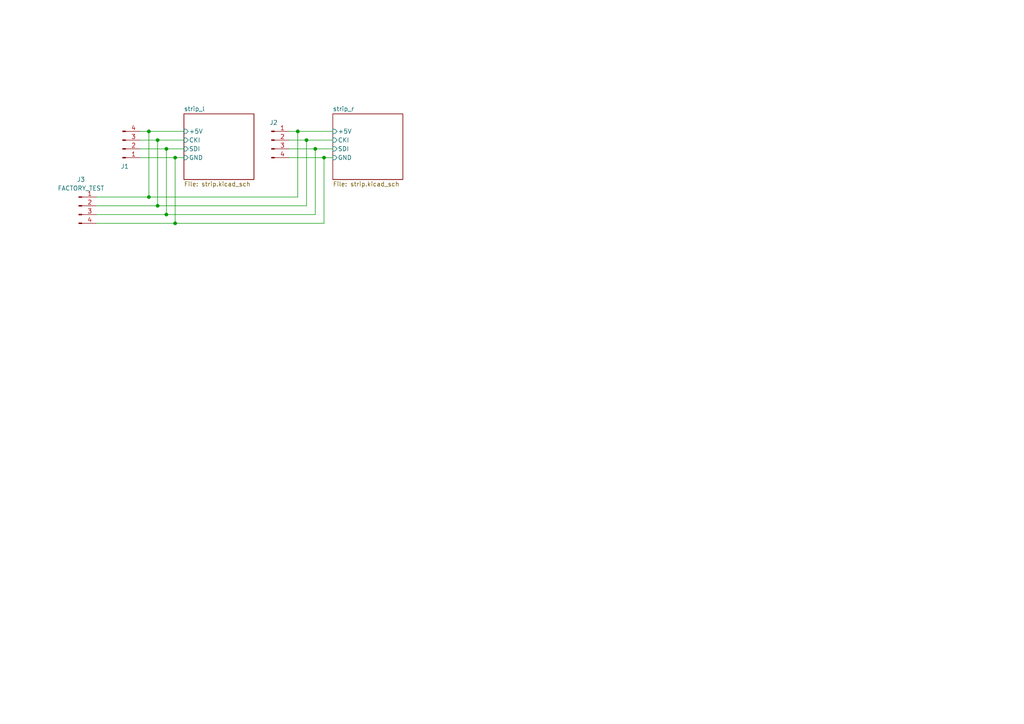
<source format=kicad_sch>
(kicad_sch (version 20250114) (generator "eeschema") (generator_version "9.0")
  (paper "A4")
  (lib_symbols
    (symbol "Connector:Conn_01x04_Pin" (pin_names (offset 1.016) (hide yes))
      (property "Reference" "J" (at 0 5.08 0))
      (property "Value" "Conn_01x04_Pin" (at 0 -7.62 0))
      (symbol "Conn_01x04_Pin_1_1"
        (rectangle (start 0.8636 2.667) (end 0 2.413) (stroke (width 0.1524)) (fill (type outline)))
        (rectangle (start 0.8636 0.127) (end 0 -0.127) (stroke (width 0.1524)) (fill (type outline)))
        (rectangle (start 0.8636 -2.413) (end 0 -2.667) (stroke (width 0.1524)) (fill (type outline)))
        (rectangle (start 0.8636 -4.953) (end 0 -5.207) (stroke (width 0.1524)) (fill (type outline)))
        (polyline (pts (xy 1.27 2.54) (xy 0.8636 2.54)) (stroke (width 0.1524)))
        (polyline (pts (xy 1.27 0) (xy 0.8636 0)) (stroke (width 0.1524)))
        (polyline (pts (xy 1.27 -2.54) (xy 0.8636 -2.54)) (stroke (width 0.1524)))
        (polyline (pts (xy 1.27 -5.08) (xy 0.8636 -5.08)) (stroke (width 0.1524)))
        (pin passive line (at 5.08 2.54 180) (length 3.81) (name "Pin_1") (number "1"))
        (pin passive line (at 5.08 0 180) (length 3.81) (name "Pin_2") (number "2"))
        (pin passive line (at 5.08 -2.54 180) (length 3.81) (name "Pin_3") (number "3"))
        (pin passive line (at 5.08 -5.08 180) (length 3.81) (name "Pin_4") (number "4"))
      )
    )
  )
  (junction (at 43.18 38.1))
  (junction (at 93.98 45.72))
  (junction (at 86.36 38.1))
  (junction (at 48.26 43.18))
  (junction (at 88.9 40.64))
  (junction (at 45.72 59.69))
  (junction (at 50.8 64.77))
  (junction (at 43.18 57.15))
  (junction (at 48.26 62.23))
  (junction (at 45.72 40.64))
  (junction (at 91.44 43.18))
  (junction (at 50.8 45.72))
  (wire (pts (xy 88.9 40.64) (xy 96.52 40.64)))
  (wire (pts (xy 48.26 62.23) (xy 91.44 62.23)))
  (wire (pts (xy 93.98 45.72) (xy 96.52 45.72)))
  (wire (pts (xy 91.44 43.18) (xy 91.44 62.23)))
  (wire (pts (xy 45.72 40.64) (xy 53.34 40.64)))
  (wire (pts (xy 83.82 43.18) (xy 91.44 43.18)))
  (wire (pts (xy 43.18 38.1) (xy 53.34 38.1)))
  (wire (pts (xy 91.44 43.18) (xy 96.52 43.18)))
  (wire (pts (xy 48.26 43.18) (xy 53.34 43.18)))
  (wire (pts (xy 27.94 57.15) (xy 43.18 57.15)))
  (wire (pts (xy 27.94 59.69) (xy 45.72 59.69)))
  (wire (pts (xy 83.82 38.1) (xy 86.36 38.1)))
  (wire (pts (xy 43.18 57.15) (xy 86.36 57.15)))
  (wire (pts (xy 27.94 62.23) (xy 48.26 62.23)))
  (wire (pts (xy 40.64 45.72) (xy 50.8 45.72)))
  (wire (pts (xy 40.64 43.18) (xy 48.26 43.18)))
  (wire (pts (xy 50.8 45.72) (xy 50.8 64.77)))
  (wire (pts (xy 93.98 45.72) (xy 93.98 64.77)))
  (wire (pts (xy 50.8 64.77) (xy 93.98 64.77)))
  (wire (pts (xy 86.36 38.1) (xy 86.36 57.15)))
  (wire (pts (xy 48.26 43.18) (xy 48.26 62.23)))
  (wire (pts (xy 83.82 40.64) (xy 88.9 40.64)))
  (wire (pts (xy 27.94 64.77) (xy 50.8 64.77)))
  (wire (pts (xy 40.64 40.64) (xy 45.72 40.64)))
  (wire (pts (xy 45.72 59.69) (xy 88.9 59.69)))
  (wire (pts (xy 88.9 40.64) (xy 88.9 59.69)))
  (wire (pts (xy 86.36 38.1) (xy 96.52 38.1)))
  (wire (pts (xy 43.18 38.1) (xy 43.18 57.15)))
  (wire (pts (xy 45.72 40.64) (xy 45.72 59.69)))
  (wire (pts (xy 50.8 45.72) (xy 53.34 45.72)))
  (wire (pts (xy 40.64 38.1) (xy 43.18 38.1)))
  (wire (pts (xy 83.82 45.72) (xy 93.98 45.72)))
  (symbol (lib_id "Connector:Conn_01x04_Pin") (at 78.74 40.64 0) (unit 1)
    (property "Reference" "J2" (at 79.375 35.56 0))
    (property "Value" "LED" (effects (hide yes)))
    (property "Footprint" "custom:quad_b2b_pad" (effects (hide yes)))
    (property "Description" "Generic connector, single row, 01x04, script generated" (effects (hide yes)))
  )
  (symbol (lib_id "Connector:Conn_01x04_Pin") (at 35.56 43.18 0) (mirror x) (unit 1)
    (property "Reference" "J1" (at 36.195 48.26 0))
    (property "Value" "LED" (effects (hide yes)))
    (property "Footprint" "custom:quad_b2b_pad" (effects (hide yes)))
    (property "Description" "Generic connector, single row, 01x04, script generated" (effects (hide yes)))
  )
  (symbol (lib_id "Connector:Conn_01x04_Pin") (at 22.86 59.69 0) (unit 1)
    (property "Reference" "J3" (at 23.495 52.07 0))
    (property "Value" "FACTORY_TEST" (at 23.495 54.61 0))
    (property "Footprint" "Connector_PinHeader_2.54mm:PinHeader_1x04_P2.54mm_Vertical" (effects (hide yes)))
    (property "Description" "Generic connector, single row, 01x04, script generated" (effects (hide yes)))
  )
  (sheet (at 96.52 33.02) (size 20.32 19.05) (stroke (width 0.1524))
    (property "Sheetname" "strip_r" (at 96.52 32.3084 0) (effects (justify left bottom)))
    (property "Sheetfile" "strip.kicad_sch" (at 96.52 52.6546 0) (effects (justify left top)))
    (pin "+5V" input (at 96.52 38.1 180))
    (pin "CKI" input (at 96.52 40.64 180))
    (pin "GND" input (at 96.52 45.72 180))
    (pin "SDI" input (at 96.52 43.18 180))
  )
  (sheet (at 53.34 33.02) (size 20.32 19.05) (stroke (width 0.1524))
    (property "Sheetname" "strip_l" (at 53.34 32.3084 0) (effects (justify left bottom)))
    (property "Sheetfile" "strip.kicad_sch" (at 53.34 52.6546 0) (effects (justify left top)))
    (pin "+5V" input (at 53.34 38.1 180))
    (pin "CKI" input (at 53.34 40.64 180))
    (pin "GND" input (at 53.34 45.72 180))
    (pin "SDI" input (at 53.34 43.18 180))
  )
)
</source>
